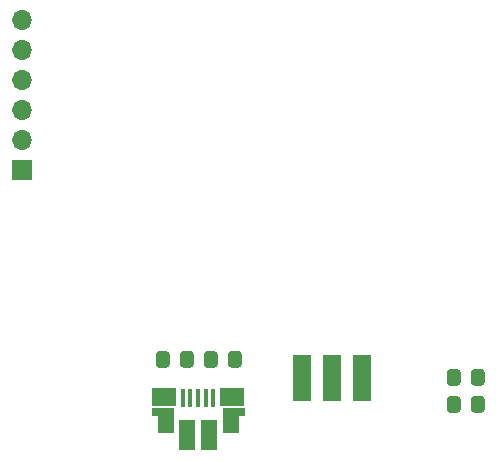
<source format=gtp>
G04 #@! TF.GenerationSoftware,KiCad,Pcbnew,(5.1.6)-1*
G04 #@! TF.CreationDate,2021-01-14T13:32:54+01:00*
G04 #@! TF.ProjectId,Power_module_v1,506f7765-725f-46d6-9f64-756c655f7631,rev?*
G04 #@! TF.SameCoordinates,Original*
G04 #@! TF.FileFunction,Paste,Top*
G04 #@! TF.FilePolarity,Positive*
%FSLAX46Y46*%
G04 Gerber Fmt 4.6, Leading zero omitted, Abs format (unit mm)*
G04 Created by KiCad (PCBNEW (5.1.6)-1) date 2021-01-14 13:32:54*
%MOMM*%
%LPD*%
G01*
G04 APERTURE LIST*
%ADD10R,1.430000X2.500000*%
%ADD11R,2.000000X1.500000*%
%ADD12R,1.350000X2.000000*%
%ADD13R,0.400000X1.650000*%
%ADD14R,1.825000X0.700000*%
%ADD15R,1.700000X1.700000*%
%ADD16O,1.700000X1.700000*%
%ADD17R,1.524000X4.000000*%
G04 APERTURE END LIST*
G36*
G01*
X107620000Y-100780001D02*
X107620000Y-99879999D01*
G75*
G02*
X107869999Y-99630000I249999J0D01*
G01*
X108520001Y-99630000D01*
G75*
G02*
X108770000Y-99879999I0J-249999D01*
G01*
X108770000Y-100780001D01*
G75*
G02*
X108520001Y-101030000I-249999J0D01*
G01*
X107869999Y-101030000D01*
G75*
G02*
X107620000Y-100780001I0J249999D01*
G01*
G37*
G36*
G01*
X109670000Y-100780001D02*
X109670000Y-99879999D01*
G75*
G02*
X109919999Y-99630000I249999J0D01*
G01*
X110570001Y-99630000D01*
G75*
G02*
X110820000Y-99879999I0J-249999D01*
G01*
X110820000Y-100780001D01*
G75*
G02*
X110570001Y-101030000I-249999J0D01*
G01*
X109919999Y-101030000D01*
G75*
G02*
X109670000Y-100780001I0J249999D01*
G01*
G37*
G36*
G01*
X114884000Y-99879999D02*
X114884000Y-100780001D01*
G75*
G02*
X114634001Y-101030000I-249999J0D01*
G01*
X113983999Y-101030000D01*
G75*
G02*
X113734000Y-100780001I0J249999D01*
G01*
X113734000Y-99879999D01*
G75*
G02*
X113983999Y-99630000I249999J0D01*
G01*
X114634001Y-99630000D01*
G75*
G02*
X114884000Y-99879999I0J-249999D01*
G01*
G37*
G36*
G01*
X112834000Y-99879999D02*
X112834000Y-100780001D01*
G75*
G02*
X112584001Y-101030000I-249999J0D01*
G01*
X111933999Y-101030000D01*
G75*
G02*
X111684000Y-100780001I0J249999D01*
G01*
X111684000Y-99879999D01*
G75*
G02*
X111933999Y-99630000I249999J0D01*
G01*
X112584001Y-99630000D01*
G75*
G02*
X112834000Y-99879999I0J-249999D01*
G01*
G37*
G36*
G01*
X133408000Y-103689999D02*
X133408000Y-104590001D01*
G75*
G02*
X133158001Y-104840000I-249999J0D01*
G01*
X132507999Y-104840000D01*
G75*
G02*
X132258000Y-104590001I0J249999D01*
G01*
X132258000Y-103689999D01*
G75*
G02*
X132507999Y-103440000I249999J0D01*
G01*
X133158001Y-103440000D01*
G75*
G02*
X133408000Y-103689999I0J-249999D01*
G01*
G37*
G36*
G01*
X135458000Y-103689999D02*
X135458000Y-104590001D01*
G75*
G02*
X135208001Y-104840000I-249999J0D01*
G01*
X134557999Y-104840000D01*
G75*
G02*
X134308000Y-104590001I0J249999D01*
G01*
X134308000Y-103689999D01*
G75*
G02*
X134557999Y-103440000I249999J0D01*
G01*
X135208001Y-103440000D01*
G75*
G02*
X135458000Y-103689999I0J-249999D01*
G01*
G37*
G36*
G01*
X133408000Y-101403999D02*
X133408000Y-102304001D01*
G75*
G02*
X133158001Y-102554000I-249999J0D01*
G01*
X132507999Y-102554000D01*
G75*
G02*
X132258000Y-102304001I0J249999D01*
G01*
X132258000Y-101403999D01*
G75*
G02*
X132507999Y-101154000I249999J0D01*
G01*
X133158001Y-101154000D01*
G75*
G02*
X133408000Y-101403999I0J-249999D01*
G01*
G37*
G36*
G01*
X135458000Y-101403999D02*
X135458000Y-102304001D01*
G75*
G02*
X135208001Y-102554000I-249999J0D01*
G01*
X134557999Y-102554000D01*
G75*
G02*
X134308000Y-102304001I0J249999D01*
G01*
X134308000Y-101403999D01*
G75*
G02*
X134557999Y-101154000I249999J0D01*
G01*
X135208001Y-101154000D01*
G75*
G02*
X135458000Y-101403999I0J-249999D01*
G01*
G37*
D10*
X110228900Y-106746740D03*
D11*
X108338900Y-103496740D03*
D12*
X113938900Y-105546740D03*
X108458900Y-105546740D03*
D13*
X111188900Y-103596740D03*
X112488900Y-103596740D03*
X111838900Y-103596740D03*
D14*
X114188900Y-104796740D03*
D13*
X109888900Y-103596740D03*
D11*
X114088900Y-103476740D03*
D14*
X108238900Y-104796740D03*
D13*
X110538900Y-103596740D03*
D10*
X112148900Y-106746740D03*
D15*
X96266000Y-84328000D03*
D16*
X96266000Y-81788000D03*
X96266000Y-79248000D03*
X96266000Y-76708000D03*
X96266000Y-74168000D03*
X96266000Y-71628000D03*
D17*
X125049280Y-101912420D03*
X122509280Y-101912420D03*
X119969280Y-101912420D03*
M02*

</source>
